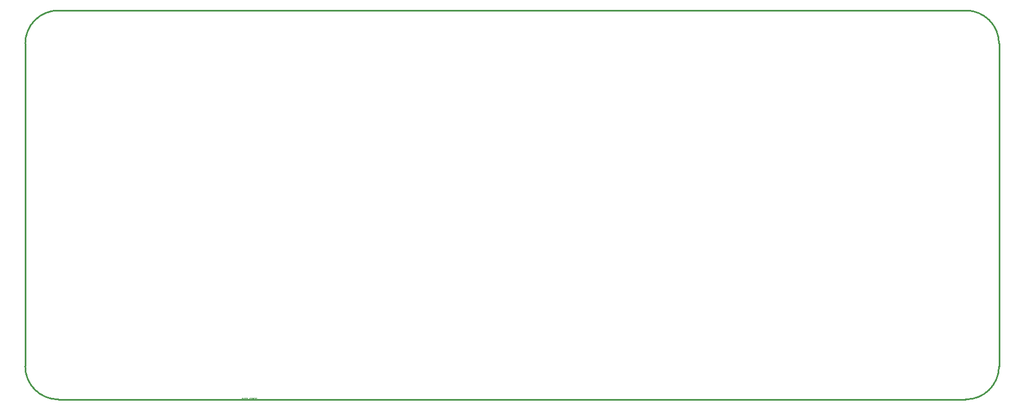
<source format=gbr>
G04*
G04 #@! TF.GenerationSoftware,Altium Limited,Altium Designer,22.4.2 (48)*
G04*
G04 Layer_Color=16711935*
%FSLAX44Y44*%
%MOMM*%
G71*
G04*
G04 #@! TF.SameCoordinates,C02FB5F5-7DDD-4E4A-B98E-A3E591FA83C8*
G04*
G04*
G04 #@! TF.FilePolarity,Positive*
G04*
G01*
G75*
%ADD14C,0.2540*%
%ADD15C,0.1000*%
D14*
X1600000Y649000D02*
G03*
X1548997Y700003I-51002J0D01*
G01*
X1549000Y99998D02*
G03*
X1600000Y150500I0J51002D01*
G01*
X151003Y700003D02*
G03*
X100000Y649000I0J-51002D01*
G01*
X99998Y151000D02*
G03*
X151000Y99998I51002J0D01*
G01*
X245500Y700000D02*
X1548995D01*
X1600000Y594000D02*
Y649000D01*
X1600000Y150500D02*
Y201250D01*
X151000Y99998D02*
X1549000D01*
X151005Y700000D02*
X245500D01*
X99998Y151000D02*
Y648997D01*
X1600000Y594000D02*
X1600000Y201250D01*
D15*
X458800Y100400D02*
X550450D01*
X433800Y99400D02*
Y102399D01*
X435300D01*
X435799Y101899D01*
Y100899D01*
X435300Y100400D01*
X433800D01*
X438798Y101899D02*
X438299Y102399D01*
X437299D01*
X436799Y101899D01*
Y99900D01*
X437299Y99400D01*
X438299D01*
X438798Y99900D01*
X439798Y102399D02*
Y99400D01*
X441298D01*
X441797Y99900D01*
Y100400D01*
X441298Y100899D01*
X439798D01*
X441298D01*
X441797Y101399D01*
Y101899D01*
X441298Y102399D01*
X439798D01*
X447795D02*
X445796D01*
Y99400D01*
X447795D01*
X445796Y100899D02*
X446796D01*
X448795Y102399D02*
Y99400D01*
X450295D01*
X450795Y99900D01*
Y101899D01*
X450295Y102399D01*
X448795D01*
X453794Y101899D02*
X453294Y102399D01*
X452294D01*
X451794Y101899D01*
Y99900D01*
X452294Y99400D01*
X453294D01*
X453794Y99900D01*
Y100899D01*
X452794D01*
X456793Y102399D02*
X454793D01*
Y99400D01*
X456793D01*
X454793Y100899D02*
X455793D01*
M02*

</source>
